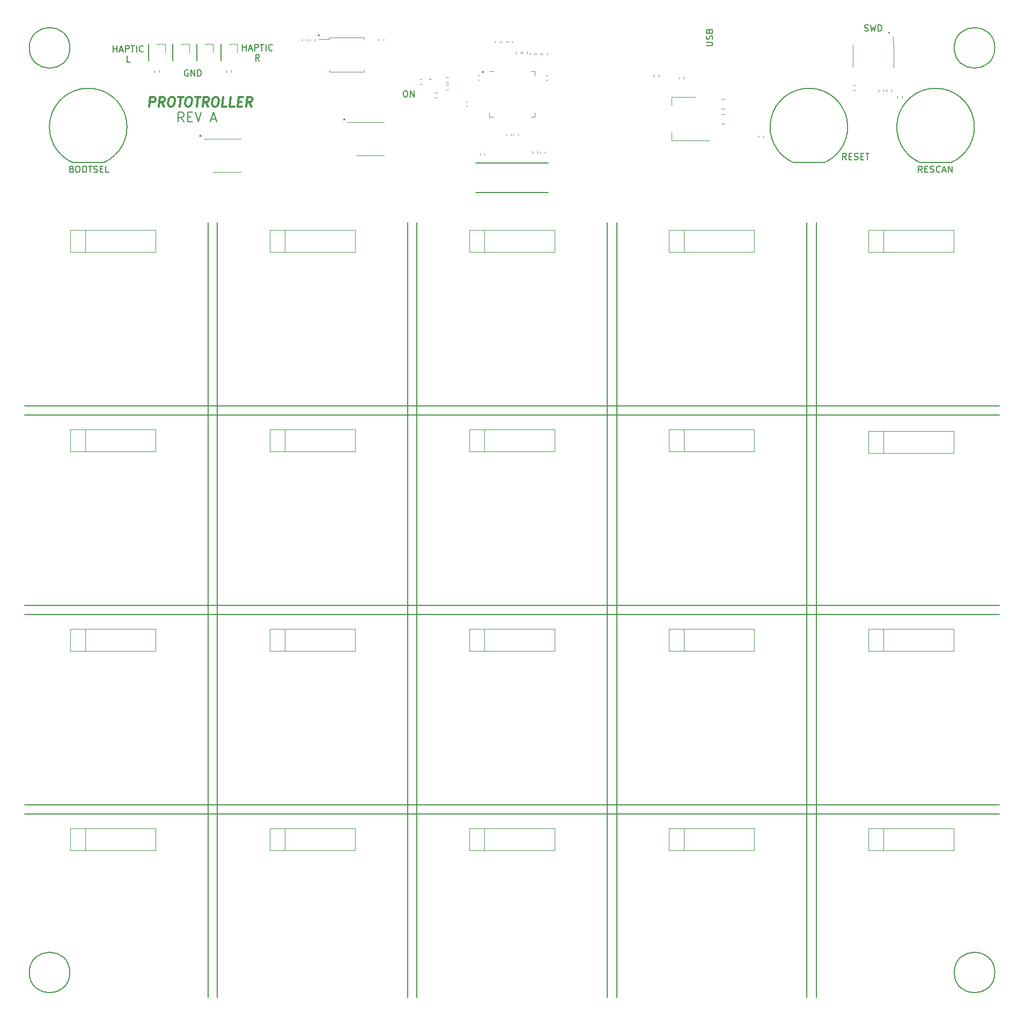
<source format=gbr>
%TF.GenerationSoftware,KiCad,Pcbnew,(6.0.10)*%
%TF.CreationDate,2023-02-13T20:41:26-05:00*%
%TF.ProjectId,master_board,6d617374-6572-45f6-926f-6172642e6b69,rev?*%
%TF.SameCoordinates,Original*%
%TF.FileFunction,Legend,Top*%
%TF.FilePolarity,Positive*%
%FSLAX46Y46*%
G04 Gerber Fmt 4.6, Leading zero omitted, Abs format (unit mm)*
G04 Created by KiCad (PCBNEW (6.0.10)) date 2023-02-13 20:41:26*
%MOMM*%
%LPD*%
G01*
G04 APERTURE LIST*
%ADD10C,0.150000*%
%ADD11C,0.200000*%
%ADD12C,0.300000*%
%ADD13C,0.050000*%
%ADD14C,0.120000*%
%ADD15C,0.127000*%
G04 APERTURE END LIST*
D10*
X80000000Y-50600000D02*
X80000000Y-172900000D01*
X141500000Y-50600000D02*
X141500000Y-172900000D01*
X171900000Y-81000000D02*
X18100000Y-81000000D01*
X171900000Y-111000000D02*
X18100000Y-111000000D01*
X143000000Y-50600000D02*
X143000000Y-172900000D01*
D11*
X25201562Y-23000000D02*
G75*
G03*
X25201562Y-23000000I-3201562J0D01*
G01*
D10*
X78500000Y-50600000D02*
X78500000Y-172900000D01*
D11*
X171200000Y-169000000D02*
G75*
G03*
X171200000Y-169000000I-3201562J0D01*
G01*
D10*
X171900000Y-79500000D02*
X18100000Y-79500000D01*
D11*
X25200000Y-169000000D02*
G75*
G03*
X25200000Y-169000000I-3201562J0D01*
G01*
D10*
X154600000Y-20600000D02*
G75*
G03*
X154600000Y-20600000I-100000J0D01*
G01*
X111500000Y-50600000D02*
X111500000Y-172900000D01*
X171900000Y-112500000D02*
X18100000Y-112500000D01*
D11*
X171200000Y-23000000D02*
G75*
G03*
X171200000Y-23000000I-3201562J0D01*
G01*
D10*
X68600000Y-34300000D02*
G75*
G03*
X68600000Y-34300000I-100000J0D01*
G01*
X171900000Y-142500000D02*
X18100000Y-142500000D01*
X47000000Y-50600000D02*
X47000000Y-172900000D01*
X90500000Y-26800000D02*
G75*
G03*
X90500000Y-26800000I-100000J0D01*
G01*
X171900000Y-144000000D02*
X18100000Y-144000000D01*
X64600000Y-21000000D02*
G75*
G03*
X64600000Y-21000000I-100000J0D01*
G01*
X45900000Y-36900000D02*
G75*
G03*
X45900000Y-36900000I-100000J0D01*
G01*
X48500000Y-50600000D02*
X48500000Y-172900000D01*
X110000000Y-50600000D02*
X110000000Y-172900000D01*
D12*
X37722276Y-32278571D02*
X37909776Y-30778571D01*
X38481205Y-30778571D01*
X38615133Y-30850000D01*
X38677633Y-30921428D01*
X38731205Y-31064285D01*
X38704419Y-31278571D01*
X38615133Y-31421428D01*
X38534776Y-31492857D01*
X38382991Y-31564285D01*
X37811562Y-31564285D01*
X40079419Y-32278571D02*
X39668705Y-31564285D01*
X39222276Y-32278571D02*
X39409776Y-30778571D01*
X39981205Y-30778571D01*
X40115133Y-30850000D01*
X40177633Y-30921428D01*
X40231205Y-31064285D01*
X40204419Y-31278571D01*
X40115133Y-31421428D01*
X40034776Y-31492857D01*
X39882991Y-31564285D01*
X39311562Y-31564285D01*
X41195491Y-30778571D02*
X41481205Y-30778571D01*
X41615133Y-30850000D01*
X41740133Y-30992857D01*
X41775848Y-31278571D01*
X41713348Y-31778571D01*
X41606205Y-32064285D01*
X41445491Y-32207142D01*
X41293705Y-32278571D01*
X41007991Y-32278571D01*
X40874062Y-32207142D01*
X40749062Y-32064285D01*
X40713348Y-31778571D01*
X40775848Y-31278571D01*
X40882991Y-30992857D01*
X41043705Y-30850000D01*
X41195491Y-30778571D01*
X42266919Y-30778571D02*
X43124062Y-30778571D01*
X42507991Y-32278571D02*
X42695491Y-30778571D01*
X43909776Y-30778571D02*
X44195491Y-30778571D01*
X44329419Y-30850000D01*
X44454419Y-30992857D01*
X44490133Y-31278571D01*
X44427633Y-31778571D01*
X44320491Y-32064285D01*
X44159776Y-32207142D01*
X44007991Y-32278571D01*
X43722276Y-32278571D01*
X43588348Y-32207142D01*
X43463348Y-32064285D01*
X43427633Y-31778571D01*
X43490133Y-31278571D01*
X43597276Y-30992857D01*
X43757991Y-30850000D01*
X43909776Y-30778571D01*
X44981205Y-30778571D02*
X45838348Y-30778571D01*
X45222276Y-32278571D02*
X45409776Y-30778571D01*
X47007991Y-32278571D02*
X46597276Y-31564285D01*
X46150848Y-32278571D02*
X46338348Y-30778571D01*
X46909776Y-30778571D01*
X47043705Y-30850000D01*
X47106205Y-30921428D01*
X47159776Y-31064285D01*
X47132991Y-31278571D01*
X47043705Y-31421428D01*
X46963348Y-31492857D01*
X46811562Y-31564285D01*
X46240133Y-31564285D01*
X48124062Y-30778571D02*
X48409776Y-30778571D01*
X48543705Y-30850000D01*
X48668705Y-30992857D01*
X48704419Y-31278571D01*
X48641919Y-31778571D01*
X48534776Y-32064285D01*
X48374062Y-32207142D01*
X48222276Y-32278571D01*
X47936562Y-32278571D01*
X47802633Y-32207142D01*
X47677633Y-32064285D01*
X47641919Y-31778571D01*
X47704419Y-31278571D01*
X47811562Y-30992857D01*
X47972276Y-30850000D01*
X48124062Y-30778571D01*
X49936562Y-32278571D02*
X49222276Y-32278571D01*
X49409776Y-30778571D01*
X51150848Y-32278571D02*
X50436562Y-32278571D01*
X50624062Y-30778571D01*
X51749062Y-31492857D02*
X52249062Y-31492857D01*
X52365133Y-32278571D02*
X51650848Y-32278571D01*
X51838348Y-30778571D01*
X52552633Y-30778571D01*
X53865133Y-32278571D02*
X53454419Y-31564285D01*
X53007991Y-32278571D02*
X53195491Y-30778571D01*
X53766919Y-30778571D01*
X53900848Y-30850000D01*
X53963348Y-30921428D01*
X54016919Y-31064285D01*
X53990133Y-31278571D01*
X53900848Y-31421428D01*
X53820491Y-31492857D01*
X53668705Y-31564285D01*
X53097276Y-31564285D01*
D11*
X32066666Y-23647380D02*
X32066666Y-22647380D01*
X32066666Y-23123571D02*
X32638095Y-23123571D01*
X32638095Y-23647380D02*
X32638095Y-22647380D01*
X33066666Y-23361666D02*
X33542857Y-23361666D01*
X32971428Y-23647380D02*
X33304761Y-22647380D01*
X33638095Y-23647380D01*
X33971428Y-23647380D02*
X33971428Y-22647380D01*
X34352380Y-22647380D01*
X34447619Y-22695000D01*
X34495238Y-22742619D01*
X34542857Y-22837857D01*
X34542857Y-22980714D01*
X34495238Y-23075952D01*
X34447619Y-23123571D01*
X34352380Y-23171190D01*
X33971428Y-23171190D01*
X34828571Y-22647380D02*
X35400000Y-22647380D01*
X35114285Y-23647380D02*
X35114285Y-22647380D01*
X35733333Y-23647380D02*
X35733333Y-22647380D01*
X36780952Y-23552142D02*
X36733333Y-23599761D01*
X36590476Y-23647380D01*
X36495238Y-23647380D01*
X36352380Y-23599761D01*
X36257142Y-23504523D01*
X36209523Y-23409285D01*
X36161904Y-23218809D01*
X36161904Y-23075952D01*
X36209523Y-22885476D01*
X36257142Y-22790238D01*
X36352380Y-22695000D01*
X36495238Y-22647380D01*
X36590476Y-22647380D01*
X36733333Y-22695000D01*
X36780952Y-22742619D01*
X34709523Y-25257380D02*
X34233333Y-25257380D01*
X34233333Y-24257380D01*
X52466666Y-23447380D02*
X52466666Y-22447380D01*
X52466666Y-22923571D02*
X53038095Y-22923571D01*
X53038095Y-23447380D02*
X53038095Y-22447380D01*
X53466666Y-23161666D02*
X53942857Y-23161666D01*
X53371428Y-23447380D02*
X53704761Y-22447380D01*
X54038095Y-23447380D01*
X54371428Y-23447380D02*
X54371428Y-22447380D01*
X54752380Y-22447380D01*
X54847619Y-22495000D01*
X54895238Y-22542619D01*
X54942857Y-22637857D01*
X54942857Y-22780714D01*
X54895238Y-22875952D01*
X54847619Y-22923571D01*
X54752380Y-22971190D01*
X54371428Y-22971190D01*
X55228571Y-22447380D02*
X55800000Y-22447380D01*
X55514285Y-23447380D02*
X55514285Y-22447380D01*
X56133333Y-23447380D02*
X56133333Y-22447380D01*
X57180952Y-23352142D02*
X57133333Y-23399761D01*
X56990476Y-23447380D01*
X56895238Y-23447380D01*
X56752380Y-23399761D01*
X56657142Y-23304523D01*
X56609523Y-23209285D01*
X56561904Y-23018809D01*
X56561904Y-22875952D01*
X56609523Y-22685476D01*
X56657142Y-22590238D01*
X56752380Y-22495000D01*
X56895238Y-22447380D01*
X56990476Y-22447380D01*
X57133333Y-22495000D01*
X57180952Y-22542619D01*
X55109523Y-25057380D02*
X54776190Y-24581190D01*
X54538095Y-25057380D02*
X54538095Y-24057380D01*
X54919047Y-24057380D01*
X55014285Y-24105000D01*
X55061904Y-24152619D01*
X55109523Y-24247857D01*
X55109523Y-24390714D01*
X55061904Y-24485952D01*
X55014285Y-24533571D01*
X54919047Y-24581190D01*
X54538095Y-24581190D01*
X159728571Y-42652380D02*
X159395238Y-42176190D01*
X159157142Y-42652380D02*
X159157142Y-41652380D01*
X159538095Y-41652380D01*
X159633333Y-41700000D01*
X159680952Y-41747619D01*
X159728571Y-41842857D01*
X159728571Y-41985714D01*
X159680952Y-42080952D01*
X159633333Y-42128571D01*
X159538095Y-42176190D01*
X159157142Y-42176190D01*
X160157142Y-42128571D02*
X160490476Y-42128571D01*
X160633333Y-42652380D02*
X160157142Y-42652380D01*
X160157142Y-41652380D01*
X160633333Y-41652380D01*
X161014285Y-42604761D02*
X161157142Y-42652380D01*
X161395238Y-42652380D01*
X161490476Y-42604761D01*
X161538095Y-42557142D01*
X161585714Y-42461904D01*
X161585714Y-42366666D01*
X161538095Y-42271428D01*
X161490476Y-42223809D01*
X161395238Y-42176190D01*
X161204761Y-42128571D01*
X161109523Y-42080952D01*
X161061904Y-42033333D01*
X161014285Y-41938095D01*
X161014285Y-41842857D01*
X161061904Y-41747619D01*
X161109523Y-41700000D01*
X161204761Y-41652380D01*
X161442857Y-41652380D01*
X161585714Y-41700000D01*
X162585714Y-42557142D02*
X162538095Y-42604761D01*
X162395238Y-42652380D01*
X162300000Y-42652380D01*
X162157142Y-42604761D01*
X162061904Y-42509523D01*
X162014285Y-42414285D01*
X161966666Y-42223809D01*
X161966666Y-42080952D01*
X162014285Y-41890476D01*
X162061904Y-41795238D01*
X162157142Y-41700000D01*
X162300000Y-41652380D01*
X162395238Y-41652380D01*
X162538095Y-41700000D01*
X162585714Y-41747619D01*
X162966666Y-42366666D02*
X163442857Y-42366666D01*
X162871428Y-42652380D02*
X163204761Y-41652380D01*
X163538095Y-42652380D01*
X163871428Y-42652380D02*
X163871428Y-41652380D01*
X164442857Y-42652380D01*
X164442857Y-41652380D01*
X125652380Y-22661904D02*
X126461904Y-22661904D01*
X126557142Y-22614285D01*
X126604761Y-22566666D01*
X126652380Y-22471428D01*
X126652380Y-22280952D01*
X126604761Y-22185714D01*
X126557142Y-22138095D01*
X126461904Y-22090476D01*
X125652380Y-22090476D01*
X126604761Y-21661904D02*
X126652380Y-21519047D01*
X126652380Y-21280952D01*
X126604761Y-21185714D01*
X126557142Y-21138095D01*
X126461904Y-21090476D01*
X126366666Y-21090476D01*
X126271428Y-21138095D01*
X126223809Y-21185714D01*
X126176190Y-21280952D01*
X126128571Y-21471428D01*
X126080952Y-21566666D01*
X126033333Y-21614285D01*
X125938095Y-21661904D01*
X125842857Y-21661904D01*
X125747619Y-21614285D01*
X125700000Y-21566666D01*
X125652380Y-21471428D01*
X125652380Y-21233333D01*
X125700000Y-21090476D01*
X126128571Y-20328571D02*
X126176190Y-20185714D01*
X126223809Y-20138095D01*
X126319047Y-20090476D01*
X126461904Y-20090476D01*
X126557142Y-20138095D01*
X126604761Y-20185714D01*
X126652380Y-20280952D01*
X126652380Y-20661904D01*
X125652380Y-20661904D01*
X125652380Y-20328571D01*
X125700000Y-20233333D01*
X125747619Y-20185714D01*
X125842857Y-20138095D01*
X125938095Y-20138095D01*
X126033333Y-20185714D01*
X126080952Y-20233333D01*
X126128571Y-20328571D01*
X126128571Y-20661904D01*
X43838095Y-26500000D02*
X43742857Y-26452380D01*
X43600000Y-26452380D01*
X43457142Y-26500000D01*
X43361904Y-26595238D01*
X43314285Y-26690476D01*
X43266666Y-26880952D01*
X43266666Y-27023809D01*
X43314285Y-27214285D01*
X43361904Y-27309523D01*
X43457142Y-27404761D01*
X43600000Y-27452380D01*
X43695238Y-27452380D01*
X43838095Y-27404761D01*
X43885714Y-27357142D01*
X43885714Y-27023809D01*
X43695238Y-27023809D01*
X44314285Y-27452380D02*
X44314285Y-26452380D01*
X44885714Y-27452380D01*
X44885714Y-26452380D01*
X45361904Y-27452380D02*
X45361904Y-26452380D01*
X45600000Y-26452380D01*
X45742857Y-26500000D01*
X45838095Y-26595238D01*
X45885714Y-26690476D01*
X45933333Y-26880952D01*
X45933333Y-27023809D01*
X45885714Y-27214285D01*
X45838095Y-27309523D01*
X45742857Y-27404761D01*
X45600000Y-27452380D01*
X45361904Y-27452380D01*
X25509523Y-42128571D02*
X25652380Y-42176190D01*
X25700000Y-42223809D01*
X25747619Y-42319047D01*
X25747619Y-42461904D01*
X25700000Y-42557142D01*
X25652380Y-42604761D01*
X25557142Y-42652380D01*
X25176190Y-42652380D01*
X25176190Y-41652380D01*
X25509523Y-41652380D01*
X25604761Y-41700000D01*
X25652380Y-41747619D01*
X25700000Y-41842857D01*
X25700000Y-41938095D01*
X25652380Y-42033333D01*
X25604761Y-42080952D01*
X25509523Y-42128571D01*
X25176190Y-42128571D01*
X26366666Y-41652380D02*
X26557142Y-41652380D01*
X26652380Y-41700000D01*
X26747619Y-41795238D01*
X26795238Y-41985714D01*
X26795238Y-42319047D01*
X26747619Y-42509523D01*
X26652380Y-42604761D01*
X26557142Y-42652380D01*
X26366666Y-42652380D01*
X26271428Y-42604761D01*
X26176190Y-42509523D01*
X26128571Y-42319047D01*
X26128571Y-41985714D01*
X26176190Y-41795238D01*
X26271428Y-41700000D01*
X26366666Y-41652380D01*
X27414285Y-41652380D02*
X27604761Y-41652380D01*
X27700000Y-41700000D01*
X27795238Y-41795238D01*
X27842857Y-41985714D01*
X27842857Y-42319047D01*
X27795238Y-42509523D01*
X27700000Y-42604761D01*
X27604761Y-42652380D01*
X27414285Y-42652380D01*
X27319047Y-42604761D01*
X27223809Y-42509523D01*
X27176190Y-42319047D01*
X27176190Y-41985714D01*
X27223809Y-41795238D01*
X27319047Y-41700000D01*
X27414285Y-41652380D01*
X28128571Y-41652380D02*
X28700000Y-41652380D01*
X28414285Y-42652380D02*
X28414285Y-41652380D01*
X28985714Y-42604761D02*
X29128571Y-42652380D01*
X29366666Y-42652380D01*
X29461904Y-42604761D01*
X29509523Y-42557142D01*
X29557142Y-42461904D01*
X29557142Y-42366666D01*
X29509523Y-42271428D01*
X29461904Y-42223809D01*
X29366666Y-42176190D01*
X29176190Y-42128571D01*
X29080952Y-42080952D01*
X29033333Y-42033333D01*
X28985714Y-41938095D01*
X28985714Y-41842857D01*
X29033333Y-41747619D01*
X29080952Y-41700000D01*
X29176190Y-41652380D01*
X29414285Y-41652380D01*
X29557142Y-41700000D01*
X29985714Y-42128571D02*
X30319047Y-42128571D01*
X30461904Y-42652380D02*
X29985714Y-42652380D01*
X29985714Y-41652380D01*
X30461904Y-41652380D01*
X31366666Y-42652380D02*
X30890476Y-42652380D01*
X30890476Y-41652380D01*
X147747619Y-40652380D02*
X147414285Y-40176190D01*
X147176190Y-40652380D02*
X147176190Y-39652380D01*
X147557142Y-39652380D01*
X147652380Y-39700000D01*
X147700000Y-39747619D01*
X147747619Y-39842857D01*
X147747619Y-39985714D01*
X147700000Y-40080952D01*
X147652380Y-40128571D01*
X147557142Y-40176190D01*
X147176190Y-40176190D01*
X148176190Y-40128571D02*
X148509523Y-40128571D01*
X148652380Y-40652380D02*
X148176190Y-40652380D01*
X148176190Y-39652380D01*
X148652380Y-39652380D01*
X149033333Y-40604761D02*
X149176190Y-40652380D01*
X149414285Y-40652380D01*
X149509523Y-40604761D01*
X149557142Y-40557142D01*
X149604761Y-40461904D01*
X149604761Y-40366666D01*
X149557142Y-40271428D01*
X149509523Y-40223809D01*
X149414285Y-40176190D01*
X149223809Y-40128571D01*
X149128571Y-40080952D01*
X149080952Y-40033333D01*
X149033333Y-39938095D01*
X149033333Y-39842857D01*
X149080952Y-39747619D01*
X149128571Y-39700000D01*
X149223809Y-39652380D01*
X149461904Y-39652380D01*
X149604761Y-39700000D01*
X150033333Y-40128571D02*
X150366666Y-40128571D01*
X150509523Y-40652380D02*
X150033333Y-40652380D01*
X150033333Y-39652380D01*
X150509523Y-39652380D01*
X150795238Y-39652380D02*
X151366666Y-39652380D01*
X151080952Y-40652380D02*
X151080952Y-39652380D01*
X78080952Y-29752380D02*
X78271428Y-29752380D01*
X78366666Y-29800000D01*
X78461904Y-29895238D01*
X78509523Y-30085714D01*
X78509523Y-30419047D01*
X78461904Y-30609523D01*
X78366666Y-30704761D01*
X78271428Y-30752380D01*
X78080952Y-30752380D01*
X77985714Y-30704761D01*
X77890476Y-30609523D01*
X77842857Y-30419047D01*
X77842857Y-30085714D01*
X77890476Y-29895238D01*
X77985714Y-29800000D01*
X78080952Y-29752380D01*
X78938095Y-30752380D02*
X78938095Y-29752380D01*
X79509523Y-30752380D01*
X79509523Y-29752380D01*
X43178571Y-34678571D02*
X42678571Y-33964285D01*
X42321428Y-34678571D02*
X42321428Y-33178571D01*
X42892857Y-33178571D01*
X43035714Y-33250000D01*
X43107142Y-33321428D01*
X43178571Y-33464285D01*
X43178571Y-33678571D01*
X43107142Y-33821428D01*
X43035714Y-33892857D01*
X42892857Y-33964285D01*
X42321428Y-33964285D01*
X43821428Y-33892857D02*
X44321428Y-33892857D01*
X44535714Y-34678571D02*
X43821428Y-34678571D01*
X43821428Y-33178571D01*
X44535714Y-33178571D01*
X44964285Y-33178571D02*
X45464285Y-34678571D01*
X45964285Y-33178571D01*
X47535714Y-34250000D02*
X48250000Y-34250000D01*
X47392857Y-34678571D02*
X47892857Y-33178571D01*
X48392857Y-34678571D01*
X150642857Y-20304761D02*
X150785714Y-20352380D01*
X151023809Y-20352380D01*
X151119047Y-20304761D01*
X151166666Y-20257142D01*
X151214285Y-20161904D01*
X151214285Y-20066666D01*
X151166666Y-19971428D01*
X151119047Y-19923809D01*
X151023809Y-19876190D01*
X150833333Y-19828571D01*
X150738095Y-19780952D01*
X150690476Y-19733333D01*
X150642857Y-19638095D01*
X150642857Y-19542857D01*
X150690476Y-19447619D01*
X150738095Y-19400000D01*
X150833333Y-19352380D01*
X151071428Y-19352380D01*
X151214285Y-19400000D01*
X151547619Y-19352380D02*
X151785714Y-20352380D01*
X151976190Y-19638095D01*
X152166666Y-20352380D01*
X152404761Y-19352380D01*
X152785714Y-20352380D02*
X152785714Y-19352380D01*
X153023809Y-19352380D01*
X153166666Y-19400000D01*
X153261904Y-19495238D01*
X153309523Y-19590476D01*
X153357142Y-19780952D01*
X153357142Y-19923809D01*
X153309523Y-20114285D01*
X153261904Y-20209523D01*
X153166666Y-20304761D01*
X153023809Y-20352380D01*
X152785714Y-20352380D01*
D13*
%TO.C,D1*%
X82036428Y-27892380D02*
X82203095Y-27892380D01*
X81941190Y-27951904D02*
X82119761Y-28011428D01*
X82119761Y-27856666D01*
D14*
%TO.C,R16*%
X39280000Y-26853641D02*
X39280000Y-26546359D01*
X38520000Y-26853641D02*
X38520000Y-26546359D01*
%TO.C,R6*%
X149153641Y-28870000D02*
X148846359Y-28870000D01*
X149153641Y-29630000D02*
X148846359Y-29630000D01*
%TO.C,R14*%
X98220000Y-39653641D02*
X98220000Y-39346359D01*
X98980000Y-39653641D02*
X98980000Y-39346359D01*
%TO.C,C7*%
X98794913Y-24060863D02*
X98794913Y-23845191D01*
X99514913Y-24060863D02*
X99514913Y-23845191D01*
%TO.C,M6*%
X56750000Y-118250000D02*
X56750000Y-114750000D01*
X70250000Y-114750000D02*
X70250000Y-118250000D01*
X56750000Y-114750000D02*
X70250000Y-114750000D01*
X70250000Y-118250000D02*
X56750000Y-118250000D01*
X59100000Y-114750000D02*
X59100000Y-118250000D01*
%TO.C,C12*%
X89940000Y-39692164D02*
X89940000Y-39907836D01*
X90660000Y-39692164D02*
X90660000Y-39907836D01*
%TO.C,J5*%
X41430000Y-25030000D02*
X41370000Y-25030000D01*
X44030000Y-22370000D02*
X44030000Y-23700000D01*
X42700000Y-22370000D02*
X44030000Y-22370000D01*
X41370000Y-22370000D02*
X41370000Y-25030000D01*
X41430000Y-22370000D02*
X41430000Y-25030000D01*
X41430000Y-22370000D02*
X41370000Y-22370000D01*
%TO.C,C9*%
X100392164Y-27340000D02*
X100607836Y-27340000D01*
X100392164Y-28060000D02*
X100607836Y-28060000D01*
%TO.C,J4*%
X45230000Y-22370000D02*
X45170000Y-22370000D01*
X45170000Y-22370000D02*
X45170000Y-25030000D01*
X45230000Y-22370000D02*
X45230000Y-25030000D01*
X47830000Y-22370000D02*
X47830000Y-23700000D01*
X46500000Y-22370000D02*
X47830000Y-22370000D01*
X45230000Y-25030000D02*
X45170000Y-25030000D01*
%TO.C,R2*%
X84953641Y-28820000D02*
X84646359Y-28820000D01*
X84953641Y-29580000D02*
X84646359Y-29580000D01*
%TO.C,M18*%
X164750000Y-114750000D02*
X164750000Y-118250000D01*
X151250000Y-114750000D02*
X164750000Y-114750000D01*
X153600000Y-114750000D02*
X153600000Y-118250000D01*
X164750000Y-118250000D02*
X151250000Y-118250000D01*
X151250000Y-118250000D02*
X151250000Y-114750000D01*
%TO.C,R15*%
X63120000Y-21893641D02*
X63120000Y-21586359D01*
X63880000Y-21893641D02*
X63880000Y-21586359D01*
%TO.C,U2*%
X92040000Y-26690000D02*
X91390000Y-26690000D01*
X92040000Y-33910000D02*
X91390000Y-33910000D01*
X91390000Y-33910000D02*
X91390000Y-33260000D01*
X98610000Y-33910000D02*
X98610000Y-33260000D01*
X97960000Y-26690000D02*
X98610000Y-26690000D01*
X97960000Y-33910000D02*
X98610000Y-33910000D01*
X98610000Y-26690000D02*
X98610000Y-27340000D01*
%TO.C,M7*%
X56750000Y-146250000D02*
X70250000Y-146250000D01*
X70250000Y-146250000D02*
X70250000Y-149750000D01*
X56750000Y-149750000D02*
X56750000Y-146250000D01*
X70250000Y-149750000D02*
X56750000Y-149750000D01*
X59100000Y-146250000D02*
X59100000Y-149750000D01*
%TO.C,C2*%
X128586252Y-34985000D02*
X128063748Y-34985000D01*
X128586252Y-33515000D02*
X128063748Y-33515000D01*
%TO.C,R1*%
X84953641Y-28380000D02*
X84646359Y-28380000D01*
X84953641Y-27620000D02*
X84646359Y-27620000D01*
%TO.C,R7*%
X122130000Y-27596359D02*
X122130000Y-27903641D01*
X121370000Y-27596359D02*
X121370000Y-27903641D01*
%TO.C,C13*%
X100160000Y-39392164D02*
X100160000Y-39607836D01*
X99440000Y-39392164D02*
X99440000Y-39607836D01*
%TO.C,R11*%
X97380000Y-23596359D02*
X97380000Y-23903641D01*
X96620000Y-23596359D02*
X96620000Y-23903641D01*
%TO.C,M9*%
X101750000Y-83250000D02*
X101750000Y-86750000D01*
X90600000Y-83250000D02*
X90600000Y-86750000D01*
X88250000Y-86750000D02*
X88250000Y-83250000D01*
X88250000Y-83250000D02*
X101750000Y-83250000D01*
X101750000Y-86750000D02*
X88250000Y-86750000D01*
D10*
%TO.C,SW1*%
X164240000Y-41140000D02*
X159460000Y-41140000D01*
X164246843Y-41137095D02*
G75*
G03*
X159460000Y-41140000I-2396843J5637095D01*
G01*
D14*
%TO.C,C6*%
X98514913Y-24060863D02*
X98514913Y-23845191D01*
X97794913Y-24060863D02*
X97794913Y-23845191D01*
%TO.C,R4*%
X154880000Y-29596359D02*
X154880000Y-29903641D01*
X154120000Y-29596359D02*
X154120000Y-29903641D01*
%TO.C,M5*%
X59100000Y-83250000D02*
X59100000Y-86750000D01*
X56750000Y-86750000D02*
X56750000Y-83250000D01*
X70250000Y-83250000D02*
X70250000Y-86750000D01*
X56750000Y-83250000D02*
X70250000Y-83250000D01*
X70250000Y-86750000D02*
X56750000Y-86750000D01*
%TO.C,M0*%
X27600000Y-51750000D02*
X27600000Y-55250000D01*
X25250000Y-51750000D02*
X38750000Y-51750000D01*
X25250000Y-55250000D02*
X25250000Y-51750000D01*
X38750000Y-51750000D02*
X38750000Y-55250000D01*
X38750000Y-55250000D02*
X25250000Y-55250000D01*
%TO.C,M4*%
X56750000Y-51750000D02*
X70250000Y-51750000D01*
X70250000Y-55250000D02*
X56750000Y-55250000D01*
X59100000Y-51750000D02*
X59100000Y-55250000D01*
X70250000Y-51750000D02*
X70250000Y-55250000D01*
X56750000Y-55250000D02*
X56750000Y-51750000D01*
%TO.C,R3*%
X83153641Y-30120000D02*
X82846359Y-30120000D01*
X83153641Y-30880000D02*
X82846359Y-30880000D01*
%TO.C,C8*%
X100514913Y-24054605D02*
X100514913Y-23838933D01*
X99794913Y-24054605D02*
X99794913Y-23838933D01*
%TO.C,C16*%
X95072859Y-22149309D02*
X95072859Y-21933637D01*
X94352859Y-22149309D02*
X94352859Y-21933637D01*
%TO.C,C1*%
X128063748Y-32610000D02*
X128586252Y-32610000D01*
X128063748Y-31140000D02*
X128586252Y-31140000D01*
%TO.C,C15*%
X93352859Y-22149309D02*
X93352859Y-21933637D01*
X94072859Y-22149309D02*
X94072859Y-21933637D01*
%TO.C,M2*%
X27600000Y-114750000D02*
X27600000Y-118250000D01*
X25250000Y-118250000D02*
X25250000Y-114750000D01*
X38750000Y-118250000D02*
X25250000Y-118250000D01*
X25250000Y-114750000D02*
X38750000Y-114750000D01*
X38750000Y-114750000D02*
X38750000Y-118250000D01*
%TO.C,M17*%
X164750000Y-87000000D02*
X151250000Y-87000000D01*
X151250000Y-83500000D02*
X164750000Y-83500000D01*
X164750000Y-83500000D02*
X164750000Y-87000000D01*
X153600000Y-83500000D02*
X153600000Y-87000000D01*
X151250000Y-87000000D02*
X151250000Y-83500000D01*
%TO.C,M3*%
X25250000Y-146250000D02*
X38750000Y-146250000D01*
X38750000Y-146250000D02*
X38750000Y-149750000D01*
X38750000Y-149750000D02*
X25250000Y-149750000D01*
X27600000Y-146250000D02*
X27600000Y-149750000D01*
X25250000Y-149750000D02*
X25250000Y-146250000D01*
%TO.C,M16*%
X153600000Y-51750000D02*
X153600000Y-55250000D01*
X151250000Y-51750000D02*
X164750000Y-51750000D01*
X164750000Y-55250000D02*
X151250000Y-55250000D01*
X151250000Y-55250000D02*
X151250000Y-51750000D01*
X164750000Y-51750000D02*
X164750000Y-55250000D01*
%TO.C,R13*%
X62630000Y-21586359D02*
X62630000Y-21893641D01*
X61870000Y-21586359D02*
X61870000Y-21893641D01*
%TO.C,R9*%
X156580000Y-30596359D02*
X156580000Y-30903641D01*
X155820000Y-30596359D02*
X155820000Y-30903641D01*
%TO.C,R5*%
X153630000Y-29596359D02*
X153630000Y-29903641D01*
X152870000Y-29596359D02*
X152870000Y-29903641D01*
%TO.C,R17*%
X50680000Y-26853641D02*
X50680000Y-26546359D01*
X49920000Y-26853641D02*
X49920000Y-26546359D01*
%TO.C,J3*%
X37630000Y-22370000D02*
X37570000Y-22370000D01*
X37630000Y-22370000D02*
X37630000Y-25030000D01*
X37630000Y-25030000D02*
X37570000Y-25030000D01*
X40230000Y-22370000D02*
X40230000Y-23700000D01*
X37570000Y-22370000D02*
X37570000Y-25030000D01*
X38900000Y-22370000D02*
X40230000Y-22370000D01*
D15*
%TO.C,Y1*%
X100700000Y-45850000D02*
X89300000Y-45850000D01*
X100700000Y-41150000D02*
X89300000Y-41150000D01*
D14*
%TO.C,C4*%
X95240000Y-36592164D02*
X95240000Y-36807836D01*
X95960000Y-36592164D02*
X95960000Y-36807836D01*
%TO.C,M15*%
X133250000Y-146250000D02*
X133250000Y-149750000D01*
X119750000Y-149750000D02*
X119750000Y-146250000D01*
X133250000Y-149750000D02*
X119750000Y-149750000D01*
X122100000Y-146250000D02*
X122100000Y-149750000D01*
X119750000Y-146250000D02*
X133250000Y-146250000D01*
%TO.C,M12*%
X133250000Y-51750000D02*
X133250000Y-55250000D01*
X119750000Y-51750000D02*
X133250000Y-51750000D01*
X133250000Y-55250000D02*
X119750000Y-55250000D01*
X119750000Y-55250000D02*
X119750000Y-51750000D01*
X122100000Y-51750000D02*
X122100000Y-55250000D01*
%TO.C,R8*%
X118130000Y-27221359D02*
X118130000Y-27528641D01*
X117370000Y-27221359D02*
X117370000Y-27528641D01*
%TO.C,C17*%
X73990000Y-21807836D02*
X73990000Y-21592164D01*
X74710000Y-21807836D02*
X74710000Y-21592164D01*
%TO.C,C14*%
X89807836Y-27340000D02*
X89592164Y-27340000D01*
X89807836Y-28060000D02*
X89592164Y-28060000D01*
%TO.C,M10*%
X101750000Y-118250000D02*
X88250000Y-118250000D01*
X88250000Y-114750000D02*
X101750000Y-114750000D01*
X88250000Y-118250000D02*
X88250000Y-114750000D01*
X90600000Y-114750000D02*
X90600000Y-118250000D01*
X101750000Y-114750000D02*
X101750000Y-118250000D01*
%TO.C,R10*%
X95620000Y-23596359D02*
X95620000Y-23903641D01*
X96380000Y-23596359D02*
X96380000Y-23903641D01*
%TO.C,M14*%
X133250000Y-118250000D02*
X119750000Y-118250000D01*
X133250000Y-114750000D02*
X133250000Y-118250000D01*
X119750000Y-114750000D02*
X133250000Y-114750000D01*
X119750000Y-118250000D02*
X119750000Y-114750000D01*
X122100000Y-114750000D02*
X122100000Y-118250000D01*
%TO.C,M11*%
X101750000Y-146250000D02*
X101750000Y-149750000D01*
X88250000Y-146250000D02*
X101750000Y-146250000D01*
X90600000Y-146250000D02*
X90600000Y-149750000D01*
X101750000Y-149750000D02*
X88250000Y-149750000D01*
X88250000Y-149750000D02*
X88250000Y-146250000D01*
%TO.C,C3*%
X80707836Y-28710000D02*
X80492164Y-28710000D01*
X80707836Y-27990000D02*
X80492164Y-27990000D01*
%TO.C,M19*%
X164750000Y-149750000D02*
X151250000Y-149750000D01*
X164750000Y-146250000D02*
X164750000Y-149750000D01*
X151250000Y-149750000D02*
X151250000Y-146250000D01*
X151250000Y-146250000D02*
X164750000Y-146250000D01*
X153600000Y-146250000D02*
X153600000Y-149750000D01*
%TO.C,M8*%
X101750000Y-51750000D02*
X101750000Y-55250000D01*
X90600000Y-51750000D02*
X90600000Y-55250000D01*
X88250000Y-55250000D02*
X88250000Y-51750000D01*
X101750000Y-55250000D02*
X88250000Y-55250000D01*
X88250000Y-51750000D02*
X101750000Y-51750000D01*
%TO.C,J6*%
X49030000Y-22370000D02*
X49030000Y-25030000D01*
X51630000Y-22370000D02*
X51630000Y-23700000D01*
X49030000Y-25030000D02*
X48970000Y-25030000D01*
X48970000Y-22370000D02*
X48970000Y-25030000D01*
X50300000Y-22370000D02*
X51630000Y-22370000D01*
X49030000Y-22370000D02*
X48970000Y-22370000D01*
%TO.C,M13*%
X133250000Y-83250000D02*
X133250000Y-86750000D01*
X119750000Y-83250000D02*
X133250000Y-83250000D01*
X122100000Y-83250000D02*
X122100000Y-86750000D01*
X119750000Y-86750000D02*
X119750000Y-83250000D01*
X133250000Y-86750000D02*
X119750000Y-86750000D01*
%TO.C,U1*%
X123900000Y-30790000D02*
X120140000Y-30790000D01*
X126150000Y-37610000D02*
X120140000Y-37610000D01*
X120140000Y-37610000D02*
X120140000Y-36350000D01*
X120140000Y-30790000D02*
X120140000Y-32050000D01*
%TO.C,C5*%
X93072859Y-22149309D02*
X93072859Y-21933637D01*
X92352859Y-22149309D02*
X92352859Y-21933637D01*
%TO.C,U5*%
X72587743Y-40010000D02*
X70387743Y-40010000D01*
X72587743Y-34790000D02*
X68987743Y-34790000D01*
X72587743Y-40010000D02*
X74787743Y-40010000D01*
X72587743Y-34790000D02*
X74787743Y-34790000D01*
%TO.C,C10*%
X94140000Y-36592164D02*
X94140000Y-36807836D01*
X94860000Y-36592164D02*
X94860000Y-36807836D01*
%TO.C,U3*%
X66175000Y-21375000D02*
X66175000Y-21635000D01*
X66175000Y-26825000D02*
X66175000Y-26565000D01*
X68900000Y-26825000D02*
X71625000Y-26825000D01*
X71625000Y-26825000D02*
X71625000Y-26565000D01*
X66175000Y-21635000D02*
X64500000Y-21635000D01*
X71625000Y-21375000D02*
X71625000Y-21635000D01*
X68900000Y-21375000D02*
X71625000Y-21375000D01*
X68900000Y-26825000D02*
X66175000Y-26825000D01*
X68900000Y-21375000D02*
X66175000Y-21375000D01*
%TO.C,U4*%
X50000000Y-37390000D02*
X46400000Y-37390000D01*
X50000000Y-37390000D02*
X52200000Y-37390000D01*
X50000000Y-42610000D02*
X47800000Y-42610000D01*
X50000000Y-42610000D02*
X52200000Y-42610000D01*
D10*
%TO.C,SW2*%
X144240000Y-41140000D02*
X139460000Y-41140000D01*
X144246843Y-41137095D02*
G75*
G03*
X139460000Y-41140000I-2396843J5637095D01*
G01*
D14*
%TO.C,J1*%
X155235000Y-26065000D02*
X155170000Y-26065000D01*
X155235000Y-22535000D02*
X155235000Y-26065000D01*
X155235000Y-22535000D02*
X155170000Y-22535000D01*
X155170000Y-21210000D02*
X155170000Y-22535000D01*
X148830000Y-26065000D02*
X148765000Y-26065000D01*
X148765000Y-22535000D02*
X148765000Y-26065000D01*
X148830000Y-22535000D02*
X148765000Y-22535000D01*
%TO.C,R12*%
X134630000Y-36846359D02*
X134630000Y-37153641D01*
X133870000Y-36846359D02*
X133870000Y-37153641D01*
D10*
%TO.C,SW3*%
X30490000Y-41140000D02*
X25710000Y-41140000D01*
X30496843Y-41137095D02*
G75*
G03*
X25710000Y-41140000I-2396843J5637095D01*
G01*
D14*
%TO.C,C11*%
X87957836Y-31515000D02*
X87742164Y-31515000D01*
X87957836Y-32235000D02*
X87742164Y-32235000D01*
%TO.C,M1*%
X38750000Y-83250000D02*
X38750000Y-86750000D01*
X25250000Y-86750000D02*
X25250000Y-83250000D01*
X25250000Y-83250000D02*
X38750000Y-83250000D01*
X27600000Y-83250000D02*
X27600000Y-86750000D01*
X38750000Y-86750000D02*
X25250000Y-86750000D01*
%TD*%
M02*

</source>
